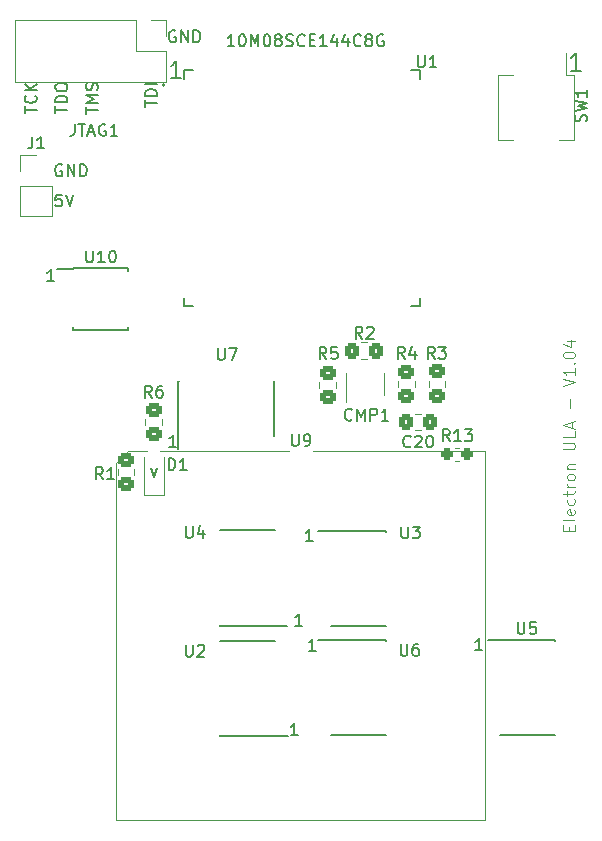
<source format=gto>
G04 #@! TF.GenerationSoftware,KiCad,Pcbnew,(6.0.0)*
G04 #@! TF.CreationDate,2022-01-09T18:19:29+00:00*
G04 #@! TF.ProjectId,ElectronULA,456c6563-7472-46f6-9e55-4c412e6b6963,rev?*
G04 #@! TF.SameCoordinates,Original*
G04 #@! TF.FileFunction,Legend,Top*
G04 #@! TF.FilePolarity,Positive*
%FSLAX46Y46*%
G04 Gerber Fmt 4.6, Leading zero omitted, Abs format (unit mm)*
G04 Created by KiCad (PCBNEW (6.0.0)) date 2022-01-09 18:19:29*
%MOMM*%
%LPD*%
G01*
G04 APERTURE LIST*
G04 Aperture macros list*
%AMRoundRect*
0 Rectangle with rounded corners*
0 $1 Rounding radius*
0 $2 $3 $4 $5 $6 $7 $8 $9 X,Y pos of 4 corners*
0 Add a 4 corners polygon primitive as box body*
4,1,4,$2,$3,$4,$5,$6,$7,$8,$9,$2,$3,0*
0 Add four circle primitives for the rounded corners*
1,1,$1+$1,$2,$3*
1,1,$1+$1,$4,$5*
1,1,$1+$1,$6,$7*
1,1,$1+$1,$8,$9*
0 Add four rect primitives between the rounded corners*
20,1,$1+$1,$2,$3,$4,$5,0*
20,1,$1+$1,$4,$5,$6,$7,0*
20,1,$1+$1,$6,$7,$8,$9,0*
20,1,$1+$1,$8,$9,$2,$3,0*%
G04 Aperture macros list end*
%ADD10C,0.200000*%
%ADD11C,0.150000*%
%ADD12C,0.125000*%
%ADD13C,0.120000*%
%ADD14C,0.127000*%
%ADD15R,1.100000X0.400000*%
%ADD16R,1.422400X1.422400*%
%ADD17C,1.422400*%
%ADD18R,0.400000X1.100000*%
%ADD19R,0.650000X1.060000*%
%ADD20RoundRect,0.249999X0.325001X0.450001X-0.325001X0.450001X-0.325001X-0.450001X0.325001X-0.450001X0*%
%ADD21RoundRect,0.249999X0.450001X-0.325001X0.450001X0.325001X-0.450001X0.325001X-0.450001X-0.325001X0*%
%ADD22RoundRect,0.249999X-0.450001X0.325001X-0.450001X-0.325001X0.450001X-0.325001X0.450001X0.325001X0*%
%ADD23R,1.000000X1.000000*%
%ADD24R,1.470000X0.280000*%
%ADD25R,0.280000X1.470000*%
%ADD26R,8.930000X8.700000*%
%ADD27RoundRect,0.249999X-0.325001X-0.450001X0.325001X-0.450001X0.325001X0.450001X-0.325001X0.450001X0*%
%ADD28RoundRect,0.237500X0.287500X0.237500X-0.287500X0.237500X-0.287500X-0.237500X0.287500X-0.237500X0*%
%ADD29R,1.700000X1.700000*%
%ADD30O,1.700000X1.700000*%
%ADD31R,0.760000X1.600000*%
%ADD32R,1.450000X0.450000*%
G04 APERTURE END LIST*
D10*
X141890405Y-94284847D02*
X141604691Y-95046752D01*
X141318977Y-94284847D01*
D11*
X133802215Y-68641340D02*
X133706977Y-68593720D01*
X133564120Y-68593720D01*
X133421262Y-68641340D01*
X133326024Y-68736578D01*
X133278405Y-68831816D01*
X133230786Y-69022292D01*
X133230786Y-69165149D01*
X133278405Y-69355625D01*
X133326024Y-69450863D01*
X133421262Y-69546101D01*
X133564120Y-69593720D01*
X133659358Y-69593720D01*
X133802215Y-69546101D01*
X133849834Y-69498482D01*
X133849834Y-69165149D01*
X133659358Y-69165149D01*
X134278405Y-69593720D02*
X134278405Y-68593720D01*
X134849834Y-69593720D01*
X134849834Y-68593720D01*
X135326024Y-69593720D02*
X135326024Y-68593720D01*
X135564120Y-68593720D01*
X135706977Y-68641340D01*
X135802215Y-68736578D01*
X135849834Y-68831816D01*
X135897453Y-69022292D01*
X135897453Y-69165149D01*
X135849834Y-69355625D01*
X135802215Y-69450863D01*
X135706977Y-69546101D01*
X135564120Y-69593720D01*
X135326024Y-69593720D01*
X133259580Y-64243103D02*
X133259580Y-63671675D01*
X134259580Y-63957389D02*
X133259580Y-63957389D01*
X134259580Y-63338341D02*
X133259580Y-63338341D01*
X133259580Y-63100246D01*
X133307200Y-62957389D01*
X133402438Y-62862151D01*
X133497676Y-62814532D01*
X133688152Y-62766913D01*
X133831009Y-62766913D01*
X134021485Y-62814532D01*
X134116723Y-62862151D01*
X134211961Y-62957389D01*
X134259580Y-63100246D01*
X134259580Y-63338341D01*
X133259580Y-62147865D02*
X133259580Y-61957389D01*
X133307200Y-61862151D01*
X133402438Y-61766913D01*
X133592914Y-61719294D01*
X133926247Y-61719294D01*
X134116723Y-61766913D01*
X134211961Y-61862151D01*
X134259580Y-61957389D01*
X134259580Y-62147865D01*
X134211961Y-62243103D01*
X134116723Y-62338341D01*
X133926247Y-62385960D01*
X133592914Y-62385960D01*
X133402438Y-62338341D01*
X133307200Y-62243103D01*
X133259580Y-62147865D01*
X140836400Y-63693229D02*
X140836400Y-63121800D01*
X141836400Y-63407515D02*
X140836400Y-63407515D01*
X141836400Y-62788467D02*
X140836400Y-62788467D01*
X140836400Y-62550372D01*
X140884020Y-62407515D01*
X140979258Y-62312277D01*
X141074496Y-62264658D01*
X141264972Y-62217039D01*
X141407829Y-62217039D01*
X141598305Y-62264658D01*
X141693543Y-62312277D01*
X141788781Y-62407515D01*
X141836400Y-62550372D01*
X141836400Y-62788467D01*
X141836400Y-61788467D02*
X140836400Y-61788467D01*
X143411035Y-57300240D02*
X143315797Y-57252620D01*
X143172940Y-57252620D01*
X143030082Y-57300240D01*
X142934844Y-57395478D01*
X142887225Y-57490716D01*
X142839606Y-57681192D01*
X142839606Y-57824049D01*
X142887225Y-58014525D01*
X142934844Y-58109763D01*
X143030082Y-58205001D01*
X143172940Y-58252620D01*
X143268178Y-58252620D01*
X143411035Y-58205001D01*
X143458654Y-58157382D01*
X143458654Y-57824049D01*
X143268178Y-57824049D01*
X143887225Y-58252620D02*
X143887225Y-57252620D01*
X144458654Y-58252620D01*
X144458654Y-57252620D01*
X144934844Y-58252620D02*
X144934844Y-57252620D01*
X145172940Y-57252620D01*
X145315797Y-57300240D01*
X145411035Y-57395478D01*
X145458654Y-57490716D01*
X145506273Y-57681192D01*
X145506273Y-57824049D01*
X145458654Y-58014525D01*
X145411035Y-58109763D01*
X145315797Y-58205001D01*
X145172940Y-58252620D01*
X144934844Y-58252620D01*
X177735811Y-60658131D02*
X176878668Y-60658131D01*
X177307240Y-60658131D02*
X177307240Y-59158131D01*
X177164382Y-59372417D01*
X177021525Y-59515274D01*
X176878668Y-59586702D01*
X133135334Y-78481180D02*
X132563905Y-78481180D01*
X132849620Y-78481180D02*
X132849620Y-77481180D01*
X132754381Y-77624038D01*
X132659143Y-77719276D01*
X132563905Y-77766895D01*
X135845300Y-64305013D02*
X135845300Y-63733584D01*
X136845300Y-64019299D02*
X135845300Y-64019299D01*
X136845300Y-63400251D02*
X135845300Y-63400251D01*
X136559586Y-63066918D01*
X135845300Y-62733584D01*
X136845300Y-62733584D01*
X136797681Y-62305013D02*
X136845300Y-62162156D01*
X136845300Y-61924060D01*
X136797681Y-61828822D01*
X136750062Y-61781203D01*
X136654824Y-61733584D01*
X136559586Y-61733584D01*
X136464348Y-61781203D01*
X136416729Y-61828822D01*
X136369110Y-61924060D01*
X136321491Y-62114537D01*
X136273872Y-62209775D01*
X136226253Y-62257394D01*
X136131015Y-62305013D01*
X136035777Y-62305013D01*
X135940539Y-62257394D01*
X135892920Y-62209775D01*
X135845300Y-62114537D01*
X135845300Y-61876441D01*
X135892920Y-61733584D01*
X154141134Y-107637840D02*
X153569705Y-107637840D01*
X153855420Y-107637840D02*
X153855420Y-106637840D01*
X153760181Y-106780698D01*
X153664943Y-106875936D01*
X153569705Y-106923555D01*
X143903011Y-61298211D02*
X143045868Y-61298211D01*
X143474440Y-61298211D02*
X143474440Y-59798211D01*
X143331582Y-60012497D01*
X143188725Y-60155354D01*
X143045868Y-60226782D01*
X148397080Y-58587900D02*
X147825652Y-58587900D01*
X148111366Y-58587900D02*
X148111366Y-57587900D01*
X148016128Y-57730758D01*
X147920890Y-57825996D01*
X147825652Y-57873615D01*
X149016128Y-57587900D02*
X149111366Y-57587900D01*
X149206604Y-57635520D01*
X149254223Y-57683139D01*
X149301842Y-57778377D01*
X149349461Y-57968853D01*
X149349461Y-58206948D01*
X149301842Y-58397424D01*
X149254223Y-58492662D01*
X149206604Y-58540281D01*
X149111366Y-58587900D01*
X149016128Y-58587900D01*
X148920890Y-58540281D01*
X148873271Y-58492662D01*
X148825652Y-58397424D01*
X148778033Y-58206948D01*
X148778033Y-57968853D01*
X148825652Y-57778377D01*
X148873271Y-57683139D01*
X148920890Y-57635520D01*
X149016128Y-57587900D01*
X149778033Y-58587900D02*
X149778033Y-57587900D01*
X150111366Y-58302186D01*
X150444700Y-57587900D01*
X150444700Y-58587900D01*
X151111366Y-57587900D02*
X151206604Y-57587900D01*
X151301842Y-57635520D01*
X151349461Y-57683139D01*
X151397080Y-57778377D01*
X151444700Y-57968853D01*
X151444700Y-58206948D01*
X151397080Y-58397424D01*
X151349461Y-58492662D01*
X151301842Y-58540281D01*
X151206604Y-58587900D01*
X151111366Y-58587900D01*
X151016128Y-58540281D01*
X150968509Y-58492662D01*
X150920890Y-58397424D01*
X150873271Y-58206948D01*
X150873271Y-57968853D01*
X150920890Y-57778377D01*
X150968509Y-57683139D01*
X151016128Y-57635520D01*
X151111366Y-57587900D01*
X152016128Y-58016472D02*
X151920890Y-57968853D01*
X151873271Y-57921234D01*
X151825652Y-57825996D01*
X151825652Y-57778377D01*
X151873271Y-57683139D01*
X151920890Y-57635520D01*
X152016128Y-57587900D01*
X152206604Y-57587900D01*
X152301842Y-57635520D01*
X152349461Y-57683139D01*
X152397080Y-57778377D01*
X152397080Y-57825996D01*
X152349461Y-57921234D01*
X152301842Y-57968853D01*
X152206604Y-58016472D01*
X152016128Y-58016472D01*
X151920890Y-58064091D01*
X151873271Y-58111710D01*
X151825652Y-58206948D01*
X151825652Y-58397424D01*
X151873271Y-58492662D01*
X151920890Y-58540281D01*
X152016128Y-58587900D01*
X152206604Y-58587900D01*
X152301842Y-58540281D01*
X152349461Y-58492662D01*
X152397080Y-58397424D01*
X152397080Y-58206948D01*
X152349461Y-58111710D01*
X152301842Y-58064091D01*
X152206604Y-58016472D01*
X152778033Y-58540281D02*
X152920890Y-58587900D01*
X153158985Y-58587900D01*
X153254223Y-58540281D01*
X153301842Y-58492662D01*
X153349461Y-58397424D01*
X153349461Y-58302186D01*
X153301842Y-58206948D01*
X153254223Y-58159329D01*
X153158985Y-58111710D01*
X152968509Y-58064091D01*
X152873271Y-58016472D01*
X152825652Y-57968853D01*
X152778033Y-57873615D01*
X152778033Y-57778377D01*
X152825652Y-57683139D01*
X152873271Y-57635520D01*
X152968509Y-57587900D01*
X153206604Y-57587900D01*
X153349461Y-57635520D01*
X154349461Y-58492662D02*
X154301842Y-58540281D01*
X154158985Y-58587900D01*
X154063747Y-58587900D01*
X153920890Y-58540281D01*
X153825652Y-58445043D01*
X153778033Y-58349805D01*
X153730414Y-58159329D01*
X153730414Y-58016472D01*
X153778033Y-57825996D01*
X153825652Y-57730758D01*
X153920890Y-57635520D01*
X154063747Y-57587900D01*
X154158985Y-57587900D01*
X154301842Y-57635520D01*
X154349461Y-57683139D01*
X154778033Y-58064091D02*
X155111366Y-58064091D01*
X155254223Y-58587900D02*
X154778033Y-58587900D01*
X154778033Y-57587900D01*
X155254223Y-57587900D01*
X156206604Y-58587900D02*
X155635176Y-58587900D01*
X155920890Y-58587900D02*
X155920890Y-57587900D01*
X155825652Y-57730758D01*
X155730414Y-57825996D01*
X155635176Y-57873615D01*
X157063747Y-57921234D02*
X157063747Y-58587900D01*
X156825652Y-57540281D02*
X156587557Y-58254567D01*
X157206604Y-58254567D01*
X158016128Y-57921234D02*
X158016128Y-58587900D01*
X157778033Y-57540281D02*
X157539938Y-58254567D01*
X158158985Y-58254567D01*
X159111366Y-58492662D02*
X159063747Y-58540281D01*
X158920890Y-58587900D01*
X158825652Y-58587900D01*
X158682795Y-58540281D01*
X158587557Y-58445043D01*
X158539938Y-58349805D01*
X158492319Y-58159329D01*
X158492319Y-58016472D01*
X158539938Y-57825996D01*
X158587557Y-57730758D01*
X158682795Y-57635520D01*
X158825652Y-57587900D01*
X158920890Y-57587900D01*
X159063747Y-57635520D01*
X159111366Y-57683139D01*
X159682795Y-58016472D02*
X159587557Y-57968853D01*
X159539938Y-57921234D01*
X159492319Y-57825996D01*
X159492319Y-57778377D01*
X159539938Y-57683139D01*
X159587557Y-57635520D01*
X159682795Y-57587900D01*
X159873271Y-57587900D01*
X159968509Y-57635520D01*
X160016128Y-57683139D01*
X160063747Y-57778377D01*
X160063747Y-57825996D01*
X160016128Y-57921234D01*
X159968509Y-57968853D01*
X159873271Y-58016472D01*
X159682795Y-58016472D01*
X159587557Y-58064091D01*
X159539938Y-58111710D01*
X159492319Y-58206948D01*
X159492319Y-58397424D01*
X159539938Y-58492662D01*
X159587557Y-58540281D01*
X159682795Y-58587900D01*
X159873271Y-58587900D01*
X159968509Y-58540281D01*
X160016128Y-58492662D01*
X160063747Y-58397424D01*
X160063747Y-58206948D01*
X160016128Y-58111710D01*
X159968509Y-58064091D01*
X159873271Y-58016472D01*
X161016128Y-57635520D02*
X160920890Y-57587900D01*
X160778033Y-57587900D01*
X160635176Y-57635520D01*
X160539938Y-57730758D01*
X160492319Y-57825996D01*
X160444700Y-58016472D01*
X160444700Y-58159329D01*
X160492319Y-58349805D01*
X160539938Y-58445043D01*
X160635176Y-58540281D01*
X160778033Y-58587900D01*
X160873271Y-58587900D01*
X161016128Y-58540281D01*
X161063747Y-58492662D01*
X161063747Y-58159329D01*
X160873271Y-58159329D01*
X169391294Y-109713020D02*
X168819865Y-109713020D01*
X169105580Y-109713020D02*
X169105580Y-108713020D01*
X169010341Y-108855878D01*
X168915103Y-108951116D01*
X168819865Y-108998735D01*
X130653540Y-64239614D02*
X130653540Y-63668185D01*
X131653540Y-63953900D02*
X130653540Y-63953900D01*
X131558302Y-62763423D02*
X131605921Y-62811042D01*
X131653540Y-62953900D01*
X131653540Y-63049138D01*
X131605921Y-63191995D01*
X131510683Y-63287233D01*
X131415445Y-63334852D01*
X131224969Y-63382471D01*
X131082112Y-63382471D01*
X130891636Y-63334852D01*
X130796398Y-63287233D01*
X130701160Y-63191995D01*
X130653540Y-63049138D01*
X130653540Y-62953900D01*
X130701160Y-62811042D01*
X130748779Y-62763423D01*
X131653540Y-62334852D02*
X130653540Y-62334852D01*
X131653540Y-61763423D02*
X131082112Y-62191995D01*
X130653540Y-61763423D02*
X131224969Y-62334852D01*
X153770294Y-116929160D02*
X153198865Y-116929160D01*
X153484580Y-116929160D02*
X153484580Y-115929160D01*
X153389341Y-116072018D01*
X153294103Y-116167256D01*
X153198865Y-116214875D01*
X143473134Y-92491820D02*
X142901705Y-92491820D01*
X143187420Y-92491820D02*
X143187420Y-91491820D01*
X143092181Y-91634678D01*
X142996943Y-91729916D01*
X142901705Y-91777535D01*
X155304454Y-109766360D02*
X154733025Y-109766360D01*
X155018740Y-109766360D02*
X155018740Y-108766360D01*
X154923501Y-108909218D01*
X154828263Y-109004456D01*
X154733025Y-109052075D01*
D12*
X176712571Y-99629859D02*
X176712571Y-99296525D01*
X177236380Y-99153668D02*
X177236380Y-99629859D01*
X176236380Y-99629859D01*
X176236380Y-99153668D01*
X177236380Y-98582240D02*
X177188761Y-98677478D01*
X177093523Y-98725097D01*
X176236380Y-98725097D01*
X177188761Y-97820335D02*
X177236380Y-97915573D01*
X177236380Y-98106049D01*
X177188761Y-98201287D01*
X177093523Y-98248906D01*
X176712571Y-98248906D01*
X176617333Y-98201287D01*
X176569714Y-98106049D01*
X176569714Y-97915573D01*
X176617333Y-97820335D01*
X176712571Y-97772716D01*
X176807809Y-97772716D01*
X176903047Y-98248906D01*
X177188761Y-96915573D02*
X177236380Y-97010811D01*
X177236380Y-97201287D01*
X177188761Y-97296525D01*
X177141142Y-97344144D01*
X177045904Y-97391763D01*
X176760190Y-97391763D01*
X176664952Y-97344144D01*
X176617333Y-97296525D01*
X176569714Y-97201287D01*
X176569714Y-97010811D01*
X176617333Y-96915573D01*
X176569714Y-96629859D02*
X176569714Y-96248906D01*
X176236380Y-96487001D02*
X177093523Y-96487001D01*
X177188761Y-96439382D01*
X177236380Y-96344144D01*
X177236380Y-96248906D01*
X177236380Y-95915573D02*
X176569714Y-95915573D01*
X176760190Y-95915573D02*
X176664952Y-95867954D01*
X176617333Y-95820335D01*
X176569714Y-95725097D01*
X176569714Y-95629859D01*
X177236380Y-95153668D02*
X177188761Y-95248906D01*
X177141142Y-95296525D01*
X177045904Y-95344144D01*
X176760190Y-95344144D01*
X176664952Y-95296525D01*
X176617333Y-95248906D01*
X176569714Y-95153668D01*
X176569714Y-95010811D01*
X176617333Y-94915573D01*
X176664952Y-94867954D01*
X176760190Y-94820335D01*
X177045904Y-94820335D01*
X177141142Y-94867954D01*
X177188761Y-94915573D01*
X177236380Y-95010811D01*
X177236380Y-95153668D01*
X176569714Y-94391763D02*
X177236380Y-94391763D01*
X176664952Y-94391763D02*
X176617333Y-94344144D01*
X176569714Y-94248906D01*
X176569714Y-94106049D01*
X176617333Y-94010811D01*
X176712571Y-93963192D01*
X177236380Y-93963192D01*
X176236380Y-92725097D02*
X177045904Y-92725097D01*
X177141142Y-92677478D01*
X177188761Y-92629859D01*
X177236380Y-92534620D01*
X177236380Y-92344144D01*
X177188761Y-92248906D01*
X177141142Y-92201287D01*
X177045904Y-92153668D01*
X176236380Y-92153668D01*
X177236380Y-91201287D02*
X177236380Y-91677478D01*
X176236380Y-91677478D01*
X176950666Y-90915573D02*
X176950666Y-90439382D01*
X177236380Y-91010811D02*
X176236380Y-90677478D01*
X177236380Y-90344144D01*
X176855428Y-89248906D02*
X176855428Y-88487001D01*
X176236380Y-87391763D02*
X177236380Y-87058430D01*
X176236380Y-86725097D01*
X177236380Y-85867954D02*
X177236380Y-86439382D01*
X177236380Y-86153668D02*
X176236380Y-86153668D01*
X176379238Y-86248906D01*
X176474476Y-86344144D01*
X176522095Y-86439382D01*
X177141142Y-85439382D02*
X177188761Y-85391763D01*
X177236380Y-85439382D01*
X177188761Y-85487001D01*
X177141142Y-85439382D01*
X177236380Y-85439382D01*
X176236380Y-84772716D02*
X176236380Y-84677478D01*
X176284000Y-84582240D01*
X176331619Y-84534620D01*
X176426857Y-84487001D01*
X176617333Y-84439382D01*
X176855428Y-84439382D01*
X177045904Y-84487001D01*
X177141142Y-84534620D01*
X177188761Y-84582240D01*
X177236380Y-84677478D01*
X177236380Y-84772716D01*
X177188761Y-84867954D01*
X177141142Y-84915573D01*
X177045904Y-84963192D01*
X176855428Y-85010811D01*
X176617333Y-85010811D01*
X176426857Y-84963192D01*
X176331619Y-84915573D01*
X176284000Y-84867954D01*
X176236380Y-84772716D01*
X176569714Y-83582240D02*
X177236380Y-83582240D01*
X176188761Y-83820335D02*
X176903047Y-84058430D01*
X176903047Y-83439382D01*
D11*
X155027594Y-100497900D02*
X154456165Y-100497900D01*
X154741880Y-100497900D02*
X154741880Y-99497900D01*
X154646641Y-99640758D01*
X154551403Y-99735996D01*
X154456165Y-99783615D01*
X133784363Y-71154040D02*
X133308173Y-71154040D01*
X133260554Y-71630231D01*
X133308173Y-71582612D01*
X133403411Y-71534993D01*
X133641506Y-71534993D01*
X133736744Y-71582612D01*
X133784363Y-71630231D01*
X133831982Y-71725469D01*
X133831982Y-71963564D01*
X133784363Y-72058802D01*
X133736744Y-72106421D01*
X133641506Y-72154040D01*
X133403411Y-72154040D01*
X133308173Y-72106421D01*
X133260554Y-72058802D01*
X134117697Y-71154040D02*
X134451030Y-72154040D01*
X134784363Y-71154040D01*
X144297495Y-109266740D02*
X144297495Y-110076264D01*
X144345114Y-110171502D01*
X144392733Y-110219121D01*
X144487971Y-110266740D01*
X144678447Y-110266740D01*
X144773685Y-110219121D01*
X144821304Y-110171502D01*
X144868923Y-110076264D01*
X144868923Y-109266740D01*
X145297495Y-109361979D02*
X145345114Y-109314360D01*
X145440352Y-109266740D01*
X145678447Y-109266740D01*
X145773685Y-109314360D01*
X145821304Y-109361979D01*
X145868923Y-109457217D01*
X145868923Y-109552455D01*
X145821304Y-109695312D01*
X145249876Y-110266740D01*
X145868923Y-110266740D01*
X162471195Y-109190540D02*
X162471195Y-110000064D01*
X162518814Y-110095302D01*
X162566433Y-110142921D01*
X162661671Y-110190540D01*
X162852147Y-110190540D01*
X162947385Y-110142921D01*
X162995004Y-110095302D01*
X163042623Y-110000064D01*
X163042623Y-109190540D01*
X163947385Y-109190540D02*
X163756909Y-109190540D01*
X163661671Y-109238160D01*
X163614052Y-109285779D01*
X163518814Y-109428636D01*
X163471195Y-109619112D01*
X163471195Y-110000064D01*
X163518814Y-110095302D01*
X163566433Y-110142921D01*
X163661671Y-110190540D01*
X163852147Y-110190540D01*
X163947385Y-110142921D01*
X163995004Y-110095302D01*
X164042623Y-110000064D01*
X164042623Y-109761969D01*
X163995004Y-109666731D01*
X163947385Y-109619112D01*
X163852147Y-109571493D01*
X163661671Y-109571493D01*
X163566433Y-109619112D01*
X163518814Y-109666731D01*
X163471195Y-109761969D01*
X144297495Y-99208340D02*
X144297495Y-100017864D01*
X144345114Y-100113102D01*
X144392733Y-100160721D01*
X144487971Y-100208340D01*
X144678447Y-100208340D01*
X144773685Y-100160721D01*
X144821304Y-100113102D01*
X144868923Y-100017864D01*
X144868923Y-99208340D01*
X145773685Y-99541674D02*
X145773685Y-100208340D01*
X145535590Y-99160721D02*
X145297495Y-99875007D01*
X145916542Y-99875007D01*
X153276395Y-91423480D02*
X153276395Y-92233004D01*
X153324014Y-92328242D01*
X153371633Y-92375861D01*
X153466871Y-92423480D01*
X153657347Y-92423480D01*
X153752585Y-92375861D01*
X153800204Y-92328242D01*
X153847823Y-92233004D01*
X153847823Y-91423480D01*
X154371633Y-92423480D02*
X154562109Y-92423480D01*
X154657347Y-92375861D01*
X154704966Y-92328242D01*
X154800204Y-92185385D01*
X154847823Y-91994909D01*
X154847823Y-91613957D01*
X154800204Y-91518719D01*
X154752585Y-91471100D01*
X154657347Y-91423480D01*
X154466871Y-91423480D01*
X154371633Y-91471100D01*
X154324014Y-91518719D01*
X154276395Y-91613957D01*
X154276395Y-91852052D01*
X154324014Y-91947290D01*
X154371633Y-91994909D01*
X154466871Y-92042528D01*
X154657347Y-92042528D01*
X154752585Y-91994909D01*
X154800204Y-91947290D01*
X154847823Y-91852052D01*
X162552475Y-99256600D02*
X162552475Y-100066124D01*
X162600094Y-100161362D01*
X162647713Y-100208981D01*
X162742951Y-100256600D01*
X162933427Y-100256600D01*
X163028665Y-100208981D01*
X163076284Y-100161362D01*
X163123903Y-100066124D01*
X163123903Y-99256600D01*
X163504856Y-99256600D02*
X164123903Y-99256600D01*
X163790570Y-99637553D01*
X163933427Y-99637553D01*
X164028665Y-99685172D01*
X164076284Y-99732791D01*
X164123903Y-99828029D01*
X164123903Y-100066124D01*
X164076284Y-100161362D01*
X164028665Y-100208981D01*
X163933427Y-100256600D01*
X163647713Y-100256600D01*
X163552475Y-100208981D01*
X163504856Y-100161362D01*
X147005295Y-84149940D02*
X147005295Y-84959464D01*
X147052914Y-85054702D01*
X147100533Y-85102321D01*
X147195771Y-85149940D01*
X147386247Y-85149940D01*
X147481485Y-85102321D01*
X147529104Y-85054702D01*
X147576723Y-84959464D01*
X147576723Y-84149940D01*
X147957676Y-84149940D02*
X148624342Y-84149940D01*
X148195771Y-85149940D01*
X158359104Y-90188142D02*
X158311485Y-90235761D01*
X158168628Y-90283380D01*
X158073390Y-90283380D01*
X157930533Y-90235761D01*
X157835295Y-90140523D01*
X157787676Y-90045285D01*
X157740057Y-89854809D01*
X157740057Y-89711952D01*
X157787676Y-89521476D01*
X157835295Y-89426238D01*
X157930533Y-89331000D01*
X158073390Y-89283380D01*
X158168628Y-89283380D01*
X158311485Y-89331000D01*
X158359104Y-89378619D01*
X158787676Y-90283380D02*
X158787676Y-89283380D01*
X159121009Y-89997666D01*
X159454342Y-89283380D01*
X159454342Y-90283380D01*
X159930533Y-90283380D02*
X159930533Y-89283380D01*
X160311485Y-89283380D01*
X160406723Y-89331000D01*
X160454342Y-89378619D01*
X160501961Y-89473857D01*
X160501961Y-89616714D01*
X160454342Y-89711952D01*
X160406723Y-89759571D01*
X160311485Y-89807190D01*
X159930533Y-89807190D01*
X161454342Y-90283380D02*
X160882914Y-90283380D01*
X161168628Y-90283380D02*
X161168628Y-89283380D01*
X161073390Y-89426238D01*
X160978152Y-89521476D01*
X160882914Y-89569095D01*
X163324302Y-92460082D02*
X163276683Y-92507701D01*
X163133826Y-92555320D01*
X163038588Y-92555320D01*
X162895731Y-92507701D01*
X162800493Y-92412463D01*
X162752874Y-92317225D01*
X162705255Y-92126749D01*
X162705255Y-91983892D01*
X162752874Y-91793416D01*
X162800493Y-91698178D01*
X162895731Y-91602940D01*
X163038588Y-91555320D01*
X163133826Y-91555320D01*
X163276683Y-91602940D01*
X163324302Y-91650559D01*
X163705255Y-91650559D02*
X163752874Y-91602940D01*
X163848112Y-91555320D01*
X164086207Y-91555320D01*
X164181445Y-91602940D01*
X164229064Y-91650559D01*
X164276683Y-91745797D01*
X164276683Y-91841035D01*
X164229064Y-91983892D01*
X163657636Y-92555320D01*
X164276683Y-92555320D01*
X164895731Y-91555320D02*
X164990969Y-91555320D01*
X165086207Y-91602940D01*
X165133826Y-91650559D01*
X165181445Y-91745797D01*
X165229064Y-91936273D01*
X165229064Y-92174368D01*
X165181445Y-92364844D01*
X165133826Y-92460082D01*
X165086207Y-92507701D01*
X164990969Y-92555320D01*
X164895731Y-92555320D01*
X164800493Y-92507701D01*
X164752874Y-92460082D01*
X164705255Y-92364844D01*
X164657636Y-92174368D01*
X164657636Y-91936273D01*
X164705255Y-91745797D01*
X164752874Y-91650559D01*
X164800493Y-91602940D01*
X164895731Y-91555320D01*
X165349893Y-85044540D02*
X165016560Y-84568350D01*
X164778464Y-85044540D02*
X164778464Y-84044540D01*
X165159417Y-84044540D01*
X165254655Y-84092160D01*
X165302274Y-84139779D01*
X165349893Y-84235017D01*
X165349893Y-84377874D01*
X165302274Y-84473112D01*
X165254655Y-84520731D01*
X165159417Y-84568350D01*
X164778464Y-84568350D01*
X165683226Y-84044540D02*
X166302274Y-84044540D01*
X165968940Y-84425493D01*
X166111798Y-84425493D01*
X166207036Y-84473112D01*
X166254655Y-84520731D01*
X166302274Y-84615969D01*
X166302274Y-84854064D01*
X166254655Y-84949302D01*
X166207036Y-84996921D01*
X166111798Y-85044540D01*
X165826083Y-85044540D01*
X165730845Y-84996921D01*
X165683226Y-84949302D01*
X141412933Y-88336380D02*
X141079600Y-87860190D01*
X140841504Y-88336380D02*
X140841504Y-87336380D01*
X141222457Y-87336380D01*
X141317695Y-87384000D01*
X141365314Y-87431619D01*
X141412933Y-87526857D01*
X141412933Y-87669714D01*
X141365314Y-87764952D01*
X141317695Y-87812571D01*
X141222457Y-87860190D01*
X140841504Y-87860190D01*
X142270076Y-87336380D02*
X142079600Y-87336380D01*
X141984361Y-87384000D01*
X141936742Y-87431619D01*
X141841504Y-87574476D01*
X141793885Y-87764952D01*
X141793885Y-88145904D01*
X141841504Y-88241142D01*
X141889123Y-88288761D01*
X141984361Y-88336380D01*
X142174838Y-88336380D01*
X142270076Y-88288761D01*
X142317695Y-88241142D01*
X142365314Y-88145904D01*
X142365314Y-87907809D01*
X142317695Y-87812571D01*
X142270076Y-87764952D01*
X142174838Y-87717333D01*
X141984361Y-87717333D01*
X141889123Y-87764952D01*
X141841504Y-87812571D01*
X141793885Y-87907809D01*
X156195733Y-85059780D02*
X155862400Y-84583590D01*
X155624304Y-85059780D02*
X155624304Y-84059780D01*
X156005257Y-84059780D01*
X156100495Y-84107400D01*
X156148114Y-84155019D01*
X156195733Y-84250257D01*
X156195733Y-84393114D01*
X156148114Y-84488352D01*
X156100495Y-84535971D01*
X156005257Y-84583590D01*
X155624304Y-84583590D01*
X157100495Y-84059780D02*
X156624304Y-84059780D01*
X156576685Y-84535971D01*
X156624304Y-84488352D01*
X156719542Y-84440733D01*
X156957638Y-84440733D01*
X157052876Y-84488352D01*
X157100495Y-84535971D01*
X157148114Y-84631209D01*
X157148114Y-84869304D01*
X157100495Y-84964542D01*
X157052876Y-85012161D01*
X156957638Y-85059780D01*
X156719542Y-85059780D01*
X156624304Y-85012161D01*
X156576685Y-84964542D01*
X142832864Y-94478100D02*
X142832864Y-93478100D01*
X143070960Y-93478100D01*
X143213817Y-93525720D01*
X143309055Y-93620958D01*
X143356674Y-93716196D01*
X143404293Y-93906672D01*
X143404293Y-94049529D01*
X143356674Y-94240005D01*
X143309055Y-94335243D01*
X143213817Y-94430481D01*
X143070960Y-94478100D01*
X142832864Y-94478100D01*
X144356674Y-94478100D02*
X143785245Y-94478100D01*
X144070960Y-94478100D02*
X144070960Y-93478100D01*
X143975721Y-93620958D01*
X143880483Y-93716196D01*
X143785245Y-93763815D01*
X137272733Y-95245180D02*
X136939400Y-94768990D01*
X136701304Y-95245180D02*
X136701304Y-94245180D01*
X137082257Y-94245180D01*
X137177495Y-94292800D01*
X137225114Y-94340419D01*
X137272733Y-94435657D01*
X137272733Y-94578514D01*
X137225114Y-94673752D01*
X137177495Y-94721371D01*
X137082257Y-94768990D01*
X136701304Y-94768990D01*
X138225114Y-95245180D02*
X137653685Y-95245180D01*
X137939400Y-95245180D02*
X137939400Y-94245180D01*
X137844161Y-94388038D01*
X137748923Y-94483276D01*
X137653685Y-94530895D01*
X162830213Y-85029300D02*
X162496880Y-84553110D01*
X162258784Y-85029300D02*
X162258784Y-84029300D01*
X162639737Y-84029300D01*
X162734975Y-84076920D01*
X162782594Y-84124539D01*
X162830213Y-84219777D01*
X162830213Y-84362634D01*
X162782594Y-84457872D01*
X162734975Y-84505491D01*
X162639737Y-84553110D01*
X162258784Y-84553110D01*
X163687356Y-84362634D02*
X163687356Y-85029300D01*
X163449260Y-83981681D02*
X163211165Y-84695967D01*
X163830213Y-84695967D01*
X163931353Y-59370735D02*
X163931353Y-60180622D01*
X163978993Y-60275903D01*
X164026634Y-60323543D01*
X164121914Y-60371184D01*
X164312476Y-60371184D01*
X164407757Y-60323543D01*
X164455397Y-60275903D01*
X164503038Y-60180622D01*
X164503038Y-59370735D01*
X165503487Y-60371184D02*
X164931802Y-60371184D01*
X165217644Y-60371184D02*
X165217644Y-59370735D01*
X165122363Y-59513656D01*
X165027083Y-59608937D01*
X164931802Y-59656577D01*
X159233733Y-83341180D02*
X158900400Y-82864990D01*
X158662304Y-83341180D02*
X158662304Y-82341180D01*
X159043257Y-82341180D01*
X159138495Y-82388800D01*
X159186114Y-82436419D01*
X159233733Y-82531657D01*
X159233733Y-82674514D01*
X159186114Y-82769752D01*
X159138495Y-82817371D01*
X159043257Y-82864990D01*
X158662304Y-82864990D01*
X159614685Y-82436419D02*
X159662304Y-82388800D01*
X159757542Y-82341180D01*
X159995638Y-82341180D01*
X160090876Y-82388800D01*
X160138495Y-82436419D01*
X160186114Y-82531657D01*
X160186114Y-82626895D01*
X160138495Y-82769752D01*
X159567066Y-83341180D01*
X160186114Y-83341180D01*
X172394975Y-107336340D02*
X172394975Y-108145864D01*
X172442594Y-108241102D01*
X172490213Y-108288721D01*
X172585451Y-108336340D01*
X172775927Y-108336340D01*
X172871165Y-108288721D01*
X172918784Y-108241102D01*
X172966403Y-108145864D01*
X172966403Y-107336340D01*
X173918784Y-107336340D02*
X173442594Y-107336340D01*
X173394975Y-107812531D01*
X173442594Y-107764912D01*
X173537832Y-107717293D01*
X173775927Y-107717293D01*
X173871165Y-107764912D01*
X173918784Y-107812531D01*
X173966403Y-107907769D01*
X173966403Y-108145864D01*
X173918784Y-108241102D01*
X173871165Y-108288721D01*
X173775927Y-108336340D01*
X173537832Y-108336340D01*
X173442594Y-108288721D01*
X173394975Y-108241102D01*
X166639002Y-92021920D02*
X166305669Y-91545730D01*
X166067574Y-92021920D02*
X166067574Y-91021920D01*
X166448526Y-91021920D01*
X166543764Y-91069540D01*
X166591383Y-91117159D01*
X166639002Y-91212397D01*
X166639002Y-91355254D01*
X166591383Y-91450492D01*
X166543764Y-91498111D01*
X166448526Y-91545730D01*
X166067574Y-91545730D01*
X167591383Y-92021920D02*
X167019955Y-92021920D01*
X167305669Y-92021920D02*
X167305669Y-91021920D01*
X167210431Y-91164778D01*
X167115193Y-91260016D01*
X167019955Y-91307635D01*
X167924717Y-91021920D02*
X168543764Y-91021920D01*
X168210431Y-91402873D01*
X168353288Y-91402873D01*
X168448526Y-91450492D01*
X168496145Y-91498111D01*
X168543764Y-91593349D01*
X168543764Y-91831444D01*
X168496145Y-91926682D01*
X168448526Y-91974301D01*
X168353288Y-92021920D01*
X168067574Y-92021920D01*
X167972336Y-91974301D01*
X167924717Y-91926682D01*
X134871982Y-65172340D02*
X134871982Y-65886626D01*
X134824363Y-66029483D01*
X134729125Y-66124721D01*
X134586268Y-66172340D01*
X134491030Y-66172340D01*
X135205316Y-65172340D02*
X135776744Y-65172340D01*
X135491030Y-66172340D02*
X135491030Y-65172340D01*
X136062459Y-65886626D02*
X136538649Y-65886626D01*
X135967220Y-66172340D02*
X136300554Y-65172340D01*
X136633887Y-66172340D01*
X137491030Y-65219960D02*
X137395792Y-65172340D01*
X137252935Y-65172340D01*
X137110078Y-65219960D01*
X137014840Y-65315198D01*
X136967220Y-65410436D01*
X136919601Y-65600912D01*
X136919601Y-65743769D01*
X136967220Y-65934245D01*
X137014840Y-66029483D01*
X137110078Y-66124721D01*
X137252935Y-66172340D01*
X137348173Y-66172340D01*
X137491030Y-66124721D01*
X137538649Y-66077102D01*
X137538649Y-65743769D01*
X137348173Y-65743769D01*
X138491030Y-66172340D02*
X137919601Y-66172340D01*
X138205316Y-66172340D02*
X138205316Y-65172340D01*
X138110078Y-65315198D01*
X138014840Y-65410436D01*
X137919601Y-65458055D01*
X131286926Y-66235780D02*
X131286926Y-66950066D01*
X131239307Y-67092923D01*
X131144069Y-67188161D01*
X131001212Y-67235780D01*
X130905974Y-67235780D01*
X132286926Y-67235780D02*
X131715498Y-67235780D01*
X132001212Y-67235780D02*
X132001212Y-66235780D01*
X131905974Y-66378638D01*
X131810736Y-66473876D01*
X131715498Y-66521495D01*
X178184441Y-64945093D02*
X178232060Y-64802236D01*
X178232060Y-64564140D01*
X178184441Y-64468902D01*
X178136822Y-64421283D01*
X178041584Y-64373664D01*
X177946346Y-64373664D01*
X177851108Y-64421283D01*
X177803489Y-64468902D01*
X177755870Y-64564140D01*
X177708251Y-64754617D01*
X177660632Y-64849855D01*
X177613013Y-64897474D01*
X177517775Y-64945093D01*
X177422537Y-64945093D01*
X177327299Y-64897474D01*
X177279680Y-64849855D01*
X177232060Y-64754617D01*
X177232060Y-64516521D01*
X177279680Y-64373664D01*
X177232060Y-64040331D02*
X178232060Y-63802236D01*
X177517775Y-63611760D01*
X178232060Y-63421283D01*
X177232060Y-63183188D01*
X178232060Y-62278426D02*
X178232060Y-62849855D01*
X178232060Y-62564140D02*
X177232060Y-62564140D01*
X177374918Y-62659379D01*
X177470156Y-62754617D01*
X177517775Y-62849855D01*
X135860944Y-75886980D02*
X135860944Y-76696504D01*
X135908563Y-76791742D01*
X135956182Y-76839361D01*
X136051420Y-76886980D01*
X136241897Y-76886980D01*
X136337135Y-76839361D01*
X136384754Y-76791742D01*
X136432373Y-76696504D01*
X136432373Y-75886980D01*
X137432373Y-76886980D02*
X136860944Y-76886980D01*
X137146659Y-76886980D02*
X137146659Y-75886980D01*
X137051420Y-76029838D01*
X136956182Y-76125076D01*
X136860944Y-76172695D01*
X138051420Y-75886980D02*
X138146659Y-75886980D01*
X138241897Y-75934600D01*
X138289516Y-75982219D01*
X138337135Y-76077457D01*
X138384754Y-76267933D01*
X138384754Y-76506028D01*
X138337135Y-76696504D01*
X138289516Y-76791742D01*
X138241897Y-76839361D01*
X138146659Y-76886980D01*
X138051420Y-76886980D01*
X137956182Y-76839361D01*
X137908563Y-76791742D01*
X137860944Y-76696504D01*
X137813325Y-76506028D01*
X137813325Y-76267933D01*
X137860944Y-76077457D01*
X137908563Y-75982219D01*
X137956182Y-75934600D01*
X138051420Y-75886980D01*
X152917100Y-117003400D02*
X147192100Y-117003400D01*
X151842100Y-108903400D02*
X147192100Y-108903400D01*
X151842100Y-108903400D02*
X151842100Y-108928400D01*
X147192100Y-116953400D02*
X147192100Y-116928400D01*
X147192100Y-108903400D02*
X147192100Y-108928400D01*
X161202000Y-108878000D02*
X161202000Y-108903000D01*
X156552000Y-116928000D02*
X156552000Y-116903000D01*
X155477000Y-108828000D02*
X161202000Y-108828000D01*
X161202000Y-116928000D02*
X161202000Y-116903000D01*
X156552000Y-116928000D02*
X161202000Y-116928000D01*
X151816700Y-99556200D02*
X151816700Y-99581200D01*
X147166700Y-99556200D02*
X147166700Y-99581200D01*
X151816700Y-99556200D02*
X147166700Y-99556200D01*
X152891700Y-107656200D02*
X147166700Y-107656200D01*
X147166700Y-107606200D02*
X147166700Y-107581200D01*
D13*
X169663300Y-124121100D02*
X169663300Y-92871100D01*
X169663300Y-92871100D02*
X155038300Y-92871100D01*
X138413300Y-124121100D02*
X169663300Y-124121100D01*
X138413300Y-93871100D02*
X138413300Y-124121100D01*
X153038300Y-92871100D02*
X139413300Y-92871100D01*
X139413300Y-92871100D02*
X138413300Y-93871100D01*
D11*
X156552000Y-107707800D02*
X156552000Y-107682800D01*
X155477000Y-99607800D02*
X161202000Y-99607800D01*
X156552000Y-107707800D02*
X161202000Y-107707800D01*
X161202000Y-99657800D02*
X161202000Y-99682800D01*
X161202000Y-107707800D02*
X161202000Y-107682800D01*
X151748860Y-91616160D02*
X151748860Y-86966160D01*
X143648860Y-92691160D02*
X143648860Y-86966160D01*
X151748860Y-86966160D02*
X151723860Y-86966160D01*
X143698860Y-86966160D02*
X143723860Y-86966160D01*
X151748860Y-91616160D02*
X151723860Y-91616160D01*
D13*
X157817200Y-86291000D02*
X157817200Y-88741000D01*
X161037200Y-88091000D02*
X161037200Y-86291000D01*
X164243452Y-89691000D02*
X163720948Y-89691000D01*
X164243452Y-91111000D02*
X163720948Y-91111000D01*
X164847200Y-87412252D02*
X164847200Y-86889748D01*
X166267200Y-87412252D02*
X166267200Y-86889748D01*
X140866920Y-90115468D02*
X140866920Y-90637972D01*
X142286920Y-90115468D02*
X142286920Y-90637972D01*
X157007200Y-87557252D02*
X157007200Y-87034748D01*
X155587200Y-87557252D02*
X155587200Y-87034748D01*
X140726920Y-96541720D02*
X142426920Y-96541720D01*
X140726920Y-96541720D02*
X140726920Y-93391720D01*
X142426920Y-96541720D02*
X142426920Y-93391720D01*
X138522640Y-94384228D02*
X138522640Y-94906732D01*
X139942640Y-94384228D02*
X139942640Y-94906732D01*
X162247200Y-86894748D02*
X162247200Y-87417252D01*
X163667200Y-86894748D02*
X163667200Y-87417252D01*
D14*
X163387200Y-80621000D02*
X164137200Y-80621000D01*
X144137200Y-60621000D02*
X144887200Y-60621000D01*
X163387200Y-60621000D02*
X164137200Y-60621000D01*
X164137200Y-80621000D02*
X164137200Y-79871000D01*
X144137200Y-61371000D02*
X144137200Y-60621000D01*
X144137200Y-79871000D02*
X144137200Y-80621000D01*
X144137200Y-80621000D02*
X144887200Y-80621000D01*
X164137200Y-60621000D02*
X164137200Y-61371000D01*
D10*
X142487200Y-61871000D02*
G75*
G03*
X142487200Y-61871000I-100000J0D01*
G01*
D13*
X159149148Y-85088800D02*
X159671652Y-85088800D01*
X159149148Y-83668800D02*
X159671652Y-83668800D01*
D11*
X169842720Y-108828220D02*
X175567720Y-108828220D01*
X175567720Y-108878220D02*
X175567720Y-108903220D01*
X170917720Y-116928220D02*
X170917720Y-116903220D01*
X170917720Y-116928220D02*
X175567720Y-116928220D01*
X175567720Y-116928220D02*
X175567720Y-116903220D01*
D13*
X167435347Y-93664500D02*
X167092813Y-93664500D01*
X167435347Y-92644500D02*
X167092813Y-92644500D01*
X140055600Y-56381340D02*
X129835600Y-56381340D01*
X140055600Y-58981340D02*
X142655600Y-58981340D01*
X142655600Y-61581340D02*
X129835600Y-61581340D01*
X141325600Y-56381340D02*
X142655600Y-56381340D01*
X129835600Y-56381340D02*
X129835600Y-61581340D01*
X142655600Y-58981340D02*
X142655600Y-61581340D01*
X140055600Y-56381340D02*
X140055600Y-58981340D01*
X142655600Y-56381340D02*
X142655600Y-57711340D01*
X130290260Y-70383400D02*
X132950260Y-70383400D01*
X130290260Y-70383400D02*
X130290260Y-72983400D01*
X130290260Y-67783400D02*
X131620260Y-67783400D01*
X132950260Y-70383400D02*
X132950260Y-72983400D01*
X130290260Y-69113400D02*
X130290260Y-67783400D01*
X130290260Y-72983400D02*
X132950260Y-72983400D01*
X170704200Y-61004160D02*
X170704200Y-66524160D01*
X177174200Y-66524160D02*
X175905200Y-66524160D01*
X171974200Y-66524160D02*
X170704200Y-66524160D01*
X177174200Y-61004160D02*
X177174200Y-66524160D01*
X171974200Y-61004160D02*
X170704200Y-61004160D01*
X176524200Y-59154160D02*
X176524200Y-61004160D01*
X177174200Y-61004160D02*
X176524200Y-61004160D01*
D11*
X134774040Y-77484600D02*
X133424040Y-77484600D01*
X139424040Y-82609600D02*
X139424040Y-82384600D01*
X134774040Y-82609600D02*
X134774040Y-82384600D01*
X134774040Y-77359600D02*
X139424040Y-77359600D01*
X134774040Y-77359600D02*
X134774040Y-77484600D01*
X134774040Y-82609600D02*
X139424040Y-82609600D01*
X139424040Y-77359600D02*
X139424040Y-77584600D01*
%LPC*%
D15*
X152367100Y-116503400D03*
X152367100Y-115853400D03*
X152367100Y-115203400D03*
X152367100Y-114553400D03*
X152367100Y-113903400D03*
X152367100Y-113253400D03*
X152367100Y-112603400D03*
X152367100Y-111953400D03*
X152367100Y-111303400D03*
X152367100Y-110653400D03*
X152367100Y-110003400D03*
X152367100Y-109353400D03*
X146667100Y-109353400D03*
X146667100Y-110003400D03*
X146667100Y-110653400D03*
X146667100Y-111303400D03*
X146667100Y-111953400D03*
X146667100Y-112603400D03*
X146667100Y-113253400D03*
X146667100Y-113903400D03*
X146667100Y-114553400D03*
X146667100Y-115203400D03*
X146667100Y-115853400D03*
X146667100Y-116503400D03*
X156027000Y-109328000D03*
X156027000Y-109978000D03*
X156027000Y-110628000D03*
X156027000Y-111278000D03*
X156027000Y-111928000D03*
X156027000Y-112578000D03*
X156027000Y-113228000D03*
X156027000Y-113878000D03*
X156027000Y-114528000D03*
X156027000Y-115178000D03*
X156027000Y-115828000D03*
X156027000Y-116478000D03*
X161727000Y-116478000D03*
X161727000Y-115828000D03*
X161727000Y-115178000D03*
X161727000Y-114528000D03*
X161727000Y-113878000D03*
X161727000Y-113228000D03*
X161727000Y-112578000D03*
X161727000Y-111928000D03*
X161727000Y-111278000D03*
X161727000Y-110628000D03*
X161727000Y-109978000D03*
X161727000Y-109328000D03*
X152341700Y-107156200D03*
X152341700Y-106506200D03*
X152341700Y-105856200D03*
X152341700Y-105206200D03*
X152341700Y-104556200D03*
X152341700Y-103906200D03*
X152341700Y-103256200D03*
X152341700Y-102606200D03*
X152341700Y-101956200D03*
X152341700Y-101306200D03*
X152341700Y-100656200D03*
X152341700Y-100006200D03*
X146641700Y-100006200D03*
X146641700Y-100656200D03*
X146641700Y-101306200D03*
X146641700Y-101956200D03*
X146641700Y-102606200D03*
X146641700Y-103256200D03*
X146641700Y-103906200D03*
X146641700Y-104556200D03*
X146641700Y-105206200D03*
X146641700Y-105856200D03*
X146641700Y-106506200D03*
X146641700Y-107156200D03*
D16*
X141338300Y-98336100D03*
D17*
X143878300Y-98336100D03*
X141338300Y-100876100D03*
X143878300Y-100876100D03*
X141338300Y-103416100D03*
X143878300Y-103416100D03*
X141338300Y-105956100D03*
X143878300Y-105956100D03*
X141338300Y-108496100D03*
X143878300Y-108496100D03*
X141338300Y-111036100D03*
X143878300Y-111036100D03*
X141338300Y-113576100D03*
X143878300Y-113576100D03*
X141338300Y-116116100D03*
X143878300Y-116116100D03*
X141338300Y-118656100D03*
X143878300Y-121196100D03*
X143878300Y-118656100D03*
X146418300Y-121196100D03*
X146418300Y-118656100D03*
X148958300Y-121196100D03*
X148958300Y-118656100D03*
X151498300Y-121196100D03*
X151498300Y-118656100D03*
X154038300Y-121196100D03*
X154038300Y-118656100D03*
X156578300Y-121196100D03*
X156578300Y-118656100D03*
X159118300Y-121196100D03*
X159118300Y-118656100D03*
X161658300Y-121196100D03*
X161658300Y-118656100D03*
X164198300Y-121196100D03*
X166738300Y-118656100D03*
X164198300Y-118656100D03*
X166738300Y-116116100D03*
X164198300Y-116116100D03*
X166738300Y-113576100D03*
X164198300Y-113576100D03*
X166738300Y-111036100D03*
X164198300Y-111036100D03*
X166738300Y-108496100D03*
X164198300Y-108496100D03*
X166738300Y-105956100D03*
X164198300Y-105956100D03*
X166738300Y-103416100D03*
X164198300Y-103416100D03*
X166738300Y-100876100D03*
X164198300Y-100876100D03*
X166738300Y-98336100D03*
X164198300Y-95796100D03*
X164198300Y-98336100D03*
X161658300Y-95796100D03*
X161658300Y-98336100D03*
X159118300Y-95796100D03*
X159118300Y-98336100D03*
X156578300Y-95796100D03*
X156578300Y-98336100D03*
X154038300Y-95796100D03*
X154038300Y-98336100D03*
X151498300Y-95796100D03*
X151498300Y-98336100D03*
X148958300Y-95796100D03*
X148958300Y-98336100D03*
X146418300Y-95796100D03*
X146418300Y-98336100D03*
X143878300Y-95796100D03*
D15*
X156027000Y-100107800D03*
X156027000Y-100757800D03*
X156027000Y-101407800D03*
X156027000Y-102057800D03*
X156027000Y-102707800D03*
X156027000Y-103357800D03*
X156027000Y-104007800D03*
X156027000Y-104657800D03*
X156027000Y-105307800D03*
X156027000Y-105957800D03*
X156027000Y-106607800D03*
X156027000Y-107257800D03*
X161727000Y-107257800D03*
X161727000Y-106607800D03*
X161727000Y-105957800D03*
X161727000Y-105307800D03*
X161727000Y-104657800D03*
X161727000Y-104007800D03*
X161727000Y-103357800D03*
X161727000Y-102707800D03*
X161727000Y-102057800D03*
X161727000Y-101407800D03*
X161727000Y-100757800D03*
X161727000Y-100107800D03*
D18*
X144148860Y-92141160D03*
X144798860Y-92141160D03*
X145448860Y-92141160D03*
X146098860Y-92141160D03*
X146748860Y-92141160D03*
X147398860Y-92141160D03*
X148048860Y-92141160D03*
X148698860Y-92141160D03*
X149348860Y-92141160D03*
X149998860Y-92141160D03*
X150648860Y-92141160D03*
X151298860Y-92141160D03*
X151298860Y-86441160D03*
X150648860Y-86441160D03*
X149998860Y-86441160D03*
X149348860Y-86441160D03*
X148698860Y-86441160D03*
X148048860Y-86441160D03*
X147398860Y-86441160D03*
X146748860Y-86441160D03*
X146098860Y-86441160D03*
X145448860Y-86441160D03*
X144798860Y-86441160D03*
X144148860Y-86441160D03*
D19*
X158477200Y-88291000D03*
X159427200Y-88291000D03*
X160377200Y-88291000D03*
X160377200Y-86091000D03*
X158477200Y-86091000D03*
D20*
X165007200Y-90401000D03*
X162957200Y-90401000D03*
D21*
X165557200Y-88176000D03*
X165557200Y-86126000D03*
D22*
X141576920Y-89351720D03*
X141576920Y-91401720D03*
D21*
X156297200Y-88321000D03*
X156297200Y-86271000D03*
D23*
X141576920Y-95891720D03*
X141576920Y-93391720D03*
D22*
X139232640Y-93620480D03*
X139232640Y-95670480D03*
X162957200Y-86131000D03*
X162957200Y-88181000D03*
D24*
X143467200Y-61871000D03*
X143467200Y-62371000D03*
X143467200Y-62871000D03*
X143467200Y-63371000D03*
X143467200Y-63871000D03*
X143467200Y-64371000D03*
X143467200Y-64871000D03*
X143467200Y-65371000D03*
X143467200Y-65871000D03*
X143467200Y-66371000D03*
X143467200Y-66871000D03*
X143467200Y-67371000D03*
X143467200Y-67871000D03*
X143467200Y-68371000D03*
X143467200Y-68871000D03*
X143467200Y-69371000D03*
X143467200Y-69871000D03*
X143467200Y-70371000D03*
X143467200Y-70871000D03*
X143467200Y-71371000D03*
X143467200Y-71871000D03*
X143467200Y-72371000D03*
X143467200Y-72871000D03*
X143467200Y-73371000D03*
X143467200Y-73871000D03*
X143467200Y-74371000D03*
X143467200Y-74871000D03*
X143467200Y-75371000D03*
X143467200Y-75871000D03*
X143467200Y-76371000D03*
X143467200Y-76871000D03*
X143467200Y-77371000D03*
X143467200Y-77871000D03*
X143467200Y-78371000D03*
X143467200Y-78871000D03*
X143467200Y-79371000D03*
D25*
X145387200Y-81291000D03*
X145887200Y-81291000D03*
X146387200Y-81291000D03*
X146887200Y-81291000D03*
X147387200Y-81291000D03*
X147887200Y-81291000D03*
X148387200Y-81291000D03*
X148887200Y-81291000D03*
X149387200Y-81291000D03*
X149887200Y-81291000D03*
X150387200Y-81291000D03*
X150887200Y-81291000D03*
X151387200Y-81291000D03*
X151887200Y-81291000D03*
X152387200Y-81291000D03*
X152887200Y-81291000D03*
X153387200Y-81291000D03*
X153887200Y-81291000D03*
X154387200Y-81291000D03*
X154887200Y-81291000D03*
X155387200Y-81291000D03*
X155887200Y-81291000D03*
X156387200Y-81291000D03*
X156887200Y-81291000D03*
X157387200Y-81291000D03*
X157887200Y-81291000D03*
X158387200Y-81291000D03*
X158887200Y-81291000D03*
X159387200Y-81291000D03*
X159887200Y-81291000D03*
X160387200Y-81291000D03*
X160887200Y-81291000D03*
X161387200Y-81291000D03*
X161887200Y-81291000D03*
X162387200Y-81291000D03*
X162887200Y-81291000D03*
D24*
X164807200Y-79371000D03*
X164807200Y-78871000D03*
X164807200Y-78371000D03*
X164807200Y-77871000D03*
X164807200Y-77371000D03*
X164807200Y-76871000D03*
X164807200Y-76371000D03*
X164807200Y-75871000D03*
X164807200Y-75371000D03*
X164807200Y-74871000D03*
X164807200Y-74371000D03*
X164807200Y-73871000D03*
X164807200Y-73371000D03*
X164807200Y-72871000D03*
X164807200Y-72371000D03*
X164807200Y-71871000D03*
X164807200Y-71371000D03*
X164807200Y-70871000D03*
X164807200Y-70371000D03*
X164807200Y-69871000D03*
X164807200Y-69371000D03*
X164807200Y-68871000D03*
X164807200Y-68371000D03*
X164807200Y-67871000D03*
X164807200Y-67371000D03*
X164807200Y-66871000D03*
X164807200Y-66371000D03*
X164807200Y-65871000D03*
X164807200Y-65371000D03*
X164807200Y-64871000D03*
X164807200Y-64371000D03*
X164807200Y-63871000D03*
X164807200Y-63371000D03*
X164807200Y-62871000D03*
X164807200Y-62371000D03*
X164807200Y-61871000D03*
D25*
X162887200Y-59951000D03*
X162387200Y-59951000D03*
X161887200Y-59951000D03*
X161387200Y-59951000D03*
X160887200Y-59951000D03*
X160387200Y-59951000D03*
X159887200Y-59951000D03*
X159387200Y-59951000D03*
X158887200Y-59951000D03*
X158387200Y-59951000D03*
X157887200Y-59951000D03*
X157387200Y-59951000D03*
X156887200Y-59951000D03*
X156387200Y-59951000D03*
X155887200Y-59951000D03*
X155387200Y-59951000D03*
X154887200Y-59951000D03*
X154387200Y-59951000D03*
X153887200Y-59951000D03*
X153387200Y-59951000D03*
X152887200Y-59951000D03*
X152387200Y-59951000D03*
X151887200Y-59951000D03*
X151387200Y-59951000D03*
X150887200Y-59951000D03*
X150387200Y-59951000D03*
X149887200Y-59951000D03*
X149387200Y-59951000D03*
X148887200Y-59951000D03*
X148387200Y-59951000D03*
X147887200Y-59951000D03*
X147387200Y-59951000D03*
X146887200Y-59951000D03*
X146387200Y-59951000D03*
X145887200Y-59951000D03*
X145387200Y-59951000D03*
D26*
X154137200Y-70621000D03*
D27*
X158385400Y-84378800D03*
X160435400Y-84378800D03*
D15*
X170392720Y-109328220D03*
X170392720Y-109978220D03*
X170392720Y-110628220D03*
X170392720Y-111278220D03*
X170392720Y-111928220D03*
X170392720Y-112578220D03*
X170392720Y-113228220D03*
X170392720Y-113878220D03*
X170392720Y-114528220D03*
X170392720Y-115178220D03*
X170392720Y-115828220D03*
X170392720Y-116478220D03*
X176092720Y-116478220D03*
X176092720Y-115828220D03*
X176092720Y-115178220D03*
X176092720Y-114528220D03*
X176092720Y-113878220D03*
X176092720Y-113228220D03*
X176092720Y-112578220D03*
X176092720Y-111928220D03*
X176092720Y-111278220D03*
X176092720Y-110628220D03*
X176092720Y-109978220D03*
X176092720Y-109328220D03*
D28*
X168139080Y-93154500D03*
X166389080Y-93154500D03*
D29*
X141325600Y-57711340D03*
D30*
X141325600Y-60251340D03*
X138785600Y-57711340D03*
X138785600Y-60251340D03*
X136245600Y-57711340D03*
X136245600Y-60251340D03*
X133705600Y-57711340D03*
X133705600Y-60251340D03*
X131165600Y-57711340D03*
X131165600Y-60251340D03*
D29*
X131620260Y-69113400D03*
D30*
X131620260Y-71653400D03*
D31*
X175844200Y-59954160D03*
X174574200Y-59954160D03*
X173304200Y-59954160D03*
X172034200Y-59954160D03*
X172034200Y-67574160D03*
X173304200Y-67574160D03*
X174574200Y-67574160D03*
X175844200Y-67574160D03*
D32*
X134149040Y-78034600D03*
X134149040Y-78684600D03*
X134149040Y-79334600D03*
X134149040Y-79984600D03*
X134149040Y-80634600D03*
X134149040Y-81284600D03*
X134149040Y-81934600D03*
X140049040Y-81934600D03*
X140049040Y-81284600D03*
X140049040Y-80634600D03*
X140049040Y-79984600D03*
X140049040Y-79334600D03*
X140049040Y-78684600D03*
X140049040Y-78034600D03*
M02*

</source>
